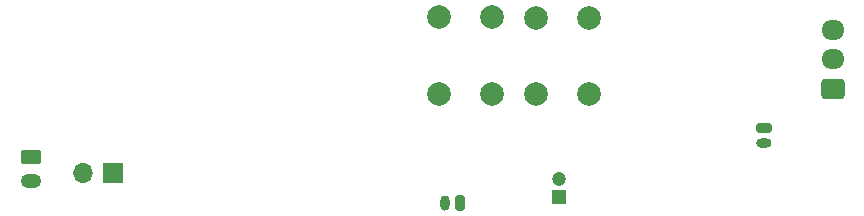
<source format=gbs>
%TF.GenerationSoftware,KiCad,Pcbnew,7.0.7*%
%TF.CreationDate,2024-07-03T20:03:01-05:00*%
%TF.ProjectId,LightsaberDesign,4c696768-7473-4616-9265-724465736967,rev?*%
%TF.SameCoordinates,Original*%
%TF.FileFunction,Soldermask,Bot*%
%TF.FilePolarity,Negative*%
%FSLAX46Y46*%
G04 Gerber Fmt 4.6, Leading zero omitted, Abs format (unit mm)*
G04 Created by KiCad (PCBNEW 7.0.7) date 2024-07-03 20:03:01*
%MOMM*%
%LPD*%
G01*
G04 APERTURE LIST*
G04 Aperture macros list*
%AMRoundRect*
0 Rectangle with rounded corners*
0 $1 Rounding radius*
0 $2 $3 $4 $5 $6 $7 $8 $9 X,Y pos of 4 corners*
0 Add a 4 corners polygon primitive as box body*
4,1,4,$2,$3,$4,$5,$6,$7,$8,$9,$2,$3,0*
0 Add four circle primitives for the rounded corners*
1,1,$1+$1,$2,$3*
1,1,$1+$1,$4,$5*
1,1,$1+$1,$6,$7*
1,1,$1+$1,$8,$9*
0 Add four rect primitives between the rounded corners*
20,1,$1+$1,$2,$3,$4,$5,0*
20,1,$1+$1,$4,$5,$6,$7,0*
20,1,$1+$1,$6,$7,$8,$9,0*
20,1,$1+$1,$8,$9,$2,$3,0*%
G04 Aperture macros list end*
%ADD10C,2.000000*%
%ADD11RoundRect,0.200000X-0.450000X0.200000X-0.450000X-0.200000X0.450000X-0.200000X0.450000X0.200000X0*%
%ADD12O,1.300000X0.800000*%
%ADD13R,1.200000X1.200000*%
%ADD14C,1.200000*%
%ADD15RoundRect,0.200000X0.200000X0.450000X-0.200000X0.450000X-0.200000X-0.450000X0.200000X-0.450000X0*%
%ADD16O,0.800000X1.300000*%
%ADD17RoundRect,0.250000X0.725000X-0.600000X0.725000X0.600000X-0.725000X0.600000X-0.725000X-0.600000X0*%
%ADD18O,1.950000X1.700000*%
%ADD19R,1.700000X1.700000*%
%ADD20O,1.700000X1.700000*%
%ADD21RoundRect,0.250000X-0.625000X0.350000X-0.625000X-0.350000X0.625000X-0.350000X0.625000X0.350000X0*%
%ADD22O,1.750000X1.200000*%
G04 APERTURE END LIST*
D10*
%TO.C,SW4*%
X191546000Y-58715000D03*
X191546000Y-65215000D03*
X187046000Y-58715000D03*
X187046000Y-65215000D03*
%TD*%
D11*
%TO.C,LS1*%
X206314000Y-68081000D03*
D12*
X206314000Y-69331000D03*
%TD*%
D13*
%TO.C,SW2*%
X188976000Y-73874600D03*
D14*
X188976000Y-72374600D03*
%TD*%
D10*
%TO.C,SW3*%
X178816000Y-65163000D03*
X178816000Y-58663000D03*
X183316000Y-65163000D03*
X183316000Y-58663000D03*
%TD*%
D15*
%TO.C,M1*%
X180574000Y-74422000D03*
D16*
X179324000Y-74422000D03*
%TD*%
D17*
%TO.C,D1*%
X212139000Y-64730000D03*
D18*
X212139000Y-62230000D03*
X212139000Y-59730000D03*
%TD*%
D19*
%TO.C,SW1*%
X151201000Y-71871000D03*
D20*
X148661000Y-71871000D03*
%TD*%
D21*
%TO.C,BT1*%
X144272000Y-70506000D03*
D22*
X144272000Y-72506000D03*
%TD*%
M02*

</source>
